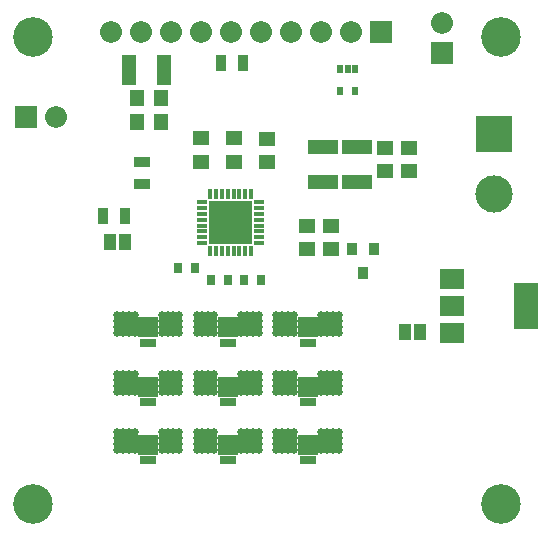
<source format=gts>
%TF.GenerationSoftware,KiCad,Pcbnew,(5.1.4)-1*%
%TF.CreationDate,2019-08-25T21:13:44+02:00*%
%TF.ProjectId,ToF_illumination_icHaus_LED,546f465f-696c-46c7-956d-696e6174696f,1*%
%TF.SameCoordinates,Original*%
%TF.FileFunction,Soldermask,Top*%
%TF.FilePolarity,Negative*%
%FSLAX46Y46*%
G04 Gerber Fmt 4.6, Leading zero omitted, Abs format (unit mm)*
G04 Created by KiCad (PCBNEW (5.1.4)-1) date 2019-08-25 21:13:44*
%MOMM*%
%LPD*%
G04 APERTURE LIST*
%ADD10R,1.877400X1.877400*%
%ADD11R,0.402400X0.852400*%
%ADD12R,0.852400X0.402400*%
%ADD13C,0.652400*%
%ADD14R,1.402400X1.152400*%
%ADD15R,2.652400X1.152400*%
%ADD16R,1.152400X2.652400*%
%ADD17R,0.752400X0.852400*%
%ADD18R,0.852400X1.452400*%
%ADD19C,3.352400*%
%ADD20R,1.152400X1.402400*%
%ADD21R,1.452400X0.852400*%
%ADD22R,0.552400X0.802400*%
%ADD23R,0.952400X1.052400*%
%ADD24R,3.152400X3.152400*%
%ADD25C,3.152400*%
%ADD26R,1.852400X1.852400*%
%ADD27O,1.852400X1.852400*%
%ADD28R,1.122400X1.422400*%
%ADD29R,2.152400X3.952400*%
%ADD30R,2.152400X1.652400*%
%ADD31R,1.752400X1.652400*%
%ADD32R,0.802400X1.652400*%
%ADD33R,1.352400X0.652400*%
G04 APERTURE END LIST*
D10*
X102800000Y-96800000D03*
X102800000Y-95075000D03*
X101075000Y-96800000D03*
X101075000Y-95075000D03*
D11*
X103687500Y-98337500D03*
X103187500Y-98337500D03*
X102687500Y-98337500D03*
X102187500Y-98337500D03*
X101687500Y-98337500D03*
X101187500Y-98337500D03*
X100687500Y-98337500D03*
X100187500Y-98337500D03*
D12*
X99537500Y-97687500D03*
X99537500Y-97187500D03*
X99537500Y-96687500D03*
X99537500Y-96187500D03*
X99537500Y-95687500D03*
X99537500Y-95187500D03*
X99537500Y-94687500D03*
X99537500Y-94187500D03*
D11*
X100187500Y-93537500D03*
X100687500Y-93537500D03*
X101187500Y-93537500D03*
X101687500Y-93537500D03*
X102187500Y-93537500D03*
X102687500Y-93537500D03*
X103187500Y-93537500D03*
X103687500Y-93537500D03*
D12*
X104337500Y-94187500D03*
X104337500Y-94687500D03*
X104337500Y-95187500D03*
X104337500Y-95687500D03*
X104337500Y-96187500D03*
X104337500Y-96687500D03*
X104337500Y-97187500D03*
X104337500Y-97687500D03*
D13*
X101937500Y-96637500D03*
X101937500Y-95237500D03*
X101937500Y-95937500D03*
X101937500Y-94537500D03*
X100537500Y-97337500D03*
X101237500Y-97337500D03*
X103337500Y-97337500D03*
X101937500Y-97337500D03*
X102637500Y-97337500D03*
X103337500Y-96637500D03*
X101237500Y-96637500D03*
X100537500Y-96637500D03*
X102637500Y-96637500D03*
X103337500Y-95237500D03*
X101237500Y-95237500D03*
X100537500Y-95237500D03*
X102637500Y-95237500D03*
X102637500Y-94537500D03*
X103337500Y-94537500D03*
X101237500Y-94537500D03*
X100537500Y-94537500D03*
X103337500Y-95937500D03*
X101237500Y-95937500D03*
X100537500Y-95937500D03*
X102637500Y-95937500D03*
D14*
X99400000Y-88800000D03*
X99400000Y-90800000D03*
X102200000Y-88800000D03*
X102200000Y-90800000D03*
X105000000Y-88850000D03*
X105000000Y-90850000D03*
D15*
X112600000Y-89525000D03*
X112600000Y-92525000D03*
X109800000Y-89525000D03*
X109800000Y-92525000D03*
D16*
X96325000Y-83000000D03*
X93325000Y-83000000D03*
D17*
X97500000Y-99800000D03*
X98900000Y-99800000D03*
X100300000Y-100800000D03*
X101700000Y-100800000D03*
X104500000Y-100800000D03*
X103100000Y-100800000D03*
D18*
X103000000Y-82400000D03*
X101100000Y-82400000D03*
D19*
X124800000Y-119800000D03*
X85200000Y-119800000D03*
X124800000Y-80200000D03*
X85200000Y-80200000D03*
D20*
X96000000Y-85400000D03*
X94000000Y-85400000D03*
X94000000Y-87400000D03*
X96000000Y-87400000D03*
D14*
X108400000Y-96200000D03*
X108400000Y-98200000D03*
X110400000Y-96200000D03*
X110400000Y-98200000D03*
X115000000Y-89600000D03*
X115000000Y-91600000D03*
X117000000Y-91600000D03*
X117000000Y-89600000D03*
D21*
X94400000Y-90800000D03*
X94400000Y-92700000D03*
D18*
X91100000Y-95400000D03*
X93000000Y-95400000D03*
D22*
X112500000Y-84800000D03*
X111200000Y-84800000D03*
X111850000Y-82900000D03*
X111200000Y-82900000D03*
X112500000Y-82900000D03*
D23*
X113150000Y-100200000D03*
X112200000Y-98200000D03*
X114100000Y-98200000D03*
D24*
X124200000Y-88400000D03*
D25*
X124200000Y-93480000D03*
D26*
X114680000Y-79800000D03*
D27*
X112140000Y-79800000D03*
X109600000Y-79800000D03*
X107060000Y-79800000D03*
X104520000Y-79800000D03*
X101980000Y-79800000D03*
X99440000Y-79800000D03*
X96900000Y-79800000D03*
X94360000Y-79800000D03*
X91820000Y-79800000D03*
X119800000Y-79060000D03*
D26*
X119800000Y-81600000D03*
X84600000Y-87000000D03*
D27*
X87140000Y-87000000D03*
D28*
X116720000Y-105200000D03*
X118000000Y-105200000D03*
X93000000Y-97600000D03*
X91720000Y-97600000D03*
D29*
X126950000Y-103000000D03*
D30*
X120650000Y-103000000D03*
X120650000Y-105300000D03*
X120650000Y-100700000D03*
D13*
X111100000Y-103750000D03*
X110600000Y-103750000D03*
X110100000Y-103750000D03*
X109600000Y-103750000D03*
X111100000Y-104250000D03*
X111100000Y-104750000D03*
X111100000Y-105250000D03*
X105800000Y-103750000D03*
X105800000Y-104250000D03*
X105800000Y-104750000D03*
X105800000Y-105250000D03*
X106300000Y-105250000D03*
X107300000Y-103750000D03*
X106800000Y-105250000D03*
D31*
X108450000Y-104800000D03*
D32*
X108900000Y-104800000D03*
D13*
X106300000Y-104750000D03*
X106300000Y-104250000D03*
X106300000Y-103750000D03*
X110600000Y-105250000D03*
X110600000Y-104750000D03*
X110600000Y-104250000D03*
X106800000Y-103750000D03*
X106800000Y-104750000D03*
X106800000Y-104250000D03*
X107300000Y-104250000D03*
X107300000Y-105250000D03*
X107300000Y-104750000D03*
D32*
X108000000Y-104800000D03*
D33*
X108450000Y-106100000D03*
D13*
X110100000Y-104750000D03*
X110100000Y-105250000D03*
X110100000Y-104250000D03*
X109600000Y-104750000D03*
X109600000Y-105250000D03*
X109600000Y-104250000D03*
X109600000Y-109300000D03*
X109600000Y-110300000D03*
X109600000Y-109800000D03*
X110100000Y-109300000D03*
X110100000Y-110300000D03*
X110100000Y-109800000D03*
D33*
X108450000Y-111150000D03*
D32*
X108000000Y-109850000D03*
D13*
X107300000Y-109800000D03*
X107300000Y-110300000D03*
X107300000Y-109300000D03*
X106800000Y-109300000D03*
X106800000Y-109800000D03*
X106800000Y-108800000D03*
X110600000Y-109300000D03*
X110600000Y-109800000D03*
X110600000Y-110300000D03*
X106300000Y-108800000D03*
X106300000Y-109300000D03*
X106300000Y-109800000D03*
D32*
X108900000Y-109850000D03*
D31*
X108450000Y-109850000D03*
D13*
X106800000Y-110300000D03*
X107300000Y-108800000D03*
X106300000Y-110300000D03*
X105800000Y-110300000D03*
X105800000Y-109800000D03*
X105800000Y-109300000D03*
X105800000Y-108800000D03*
X111100000Y-110300000D03*
X111100000Y-109800000D03*
X111100000Y-109300000D03*
X109600000Y-108800000D03*
X110100000Y-108800000D03*
X110600000Y-108800000D03*
X111100000Y-108800000D03*
X109600000Y-114200000D03*
X109600000Y-115200000D03*
X109600000Y-114700000D03*
X110100000Y-114200000D03*
X110100000Y-115200000D03*
X110100000Y-114700000D03*
D33*
X108450000Y-116050000D03*
D32*
X108000000Y-114750000D03*
D13*
X107300000Y-114700000D03*
X107300000Y-115200000D03*
X107300000Y-114200000D03*
X106800000Y-114200000D03*
X106800000Y-114700000D03*
X106800000Y-113700000D03*
X110600000Y-114200000D03*
X110600000Y-114700000D03*
X110600000Y-115200000D03*
X106300000Y-113700000D03*
X106300000Y-114200000D03*
X106300000Y-114700000D03*
D32*
X108900000Y-114750000D03*
D31*
X108450000Y-114750000D03*
D13*
X106800000Y-115200000D03*
X107300000Y-113700000D03*
X106300000Y-115200000D03*
X105800000Y-115200000D03*
X105800000Y-114700000D03*
X105800000Y-114200000D03*
X105800000Y-113700000D03*
X111100000Y-115200000D03*
X111100000Y-114700000D03*
X111100000Y-114200000D03*
X109600000Y-113700000D03*
X110100000Y-113700000D03*
X110600000Y-113700000D03*
X111100000Y-113700000D03*
X104350000Y-103750000D03*
X103850000Y-103750000D03*
X103350000Y-103750000D03*
X102850000Y-103750000D03*
X104350000Y-104250000D03*
X104350000Y-104750000D03*
X104350000Y-105250000D03*
X99050000Y-103750000D03*
X99050000Y-104250000D03*
X99050000Y-104750000D03*
X99050000Y-105250000D03*
X99550000Y-105250000D03*
X100550000Y-103750000D03*
X100050000Y-105250000D03*
D31*
X101700000Y-104800000D03*
D32*
X102150000Y-104800000D03*
D13*
X99550000Y-104750000D03*
X99550000Y-104250000D03*
X99550000Y-103750000D03*
X103850000Y-105250000D03*
X103850000Y-104750000D03*
X103850000Y-104250000D03*
X100050000Y-103750000D03*
X100050000Y-104750000D03*
X100050000Y-104250000D03*
X100550000Y-104250000D03*
X100550000Y-105250000D03*
X100550000Y-104750000D03*
D32*
X101250000Y-104800000D03*
D33*
X101700000Y-106100000D03*
D13*
X103350000Y-104750000D03*
X103350000Y-105250000D03*
X103350000Y-104250000D03*
X102850000Y-104750000D03*
X102850000Y-105250000D03*
X102850000Y-104250000D03*
X102850000Y-109300000D03*
X102850000Y-110300000D03*
X102850000Y-109800000D03*
X103350000Y-109300000D03*
X103350000Y-110300000D03*
X103350000Y-109800000D03*
D33*
X101700000Y-111150000D03*
D32*
X101250000Y-109850000D03*
D13*
X100550000Y-109800000D03*
X100550000Y-110300000D03*
X100550000Y-109300000D03*
X100050000Y-109300000D03*
X100050000Y-109800000D03*
X100050000Y-108800000D03*
X103850000Y-109300000D03*
X103850000Y-109800000D03*
X103850000Y-110300000D03*
X99550000Y-108800000D03*
X99550000Y-109300000D03*
X99550000Y-109800000D03*
D32*
X102150000Y-109850000D03*
D31*
X101700000Y-109850000D03*
D13*
X100050000Y-110300000D03*
X100550000Y-108800000D03*
X99550000Y-110300000D03*
X99050000Y-110300000D03*
X99050000Y-109800000D03*
X99050000Y-109300000D03*
X99050000Y-108800000D03*
X104350000Y-110300000D03*
X104350000Y-109800000D03*
X104350000Y-109300000D03*
X102850000Y-108800000D03*
X103350000Y-108800000D03*
X103850000Y-108800000D03*
X104350000Y-108800000D03*
X102850000Y-114200000D03*
X102850000Y-115200000D03*
X102850000Y-114700000D03*
X103350000Y-114200000D03*
X103350000Y-115200000D03*
X103350000Y-114700000D03*
D33*
X101700000Y-116050000D03*
D32*
X101250000Y-114750000D03*
D13*
X100550000Y-114700000D03*
X100550000Y-115200000D03*
X100550000Y-114200000D03*
X100050000Y-114200000D03*
X100050000Y-114700000D03*
X100050000Y-113700000D03*
X103850000Y-114200000D03*
X103850000Y-114700000D03*
X103850000Y-115200000D03*
X99550000Y-113700000D03*
X99550000Y-114200000D03*
X99550000Y-114700000D03*
D32*
X102150000Y-114750000D03*
D31*
X101700000Y-114750000D03*
D13*
X100050000Y-115200000D03*
X100550000Y-113700000D03*
X99550000Y-115200000D03*
X99050000Y-115200000D03*
X99050000Y-114700000D03*
X99050000Y-114200000D03*
X99050000Y-113700000D03*
X104350000Y-115200000D03*
X104350000Y-114700000D03*
X104350000Y-114200000D03*
X102850000Y-113700000D03*
X103350000Y-113700000D03*
X103850000Y-113700000D03*
X104350000Y-113700000D03*
X96100000Y-104250000D03*
X96100000Y-105250000D03*
X96100000Y-104750000D03*
X96600000Y-104250000D03*
X96600000Y-105250000D03*
X96600000Y-104750000D03*
D33*
X94950000Y-106100000D03*
D32*
X94500000Y-104800000D03*
D13*
X93800000Y-104750000D03*
X93800000Y-105250000D03*
X93800000Y-104250000D03*
X93300000Y-104250000D03*
X93300000Y-104750000D03*
X93300000Y-103750000D03*
X97100000Y-104250000D03*
X97100000Y-104750000D03*
X97100000Y-105250000D03*
X92800000Y-103750000D03*
X92800000Y-104250000D03*
X92800000Y-104750000D03*
D32*
X95400000Y-104800000D03*
D31*
X94950000Y-104800000D03*
D13*
X93300000Y-105250000D03*
X93800000Y-103750000D03*
X92800000Y-105250000D03*
X92300000Y-105250000D03*
X92300000Y-104750000D03*
X92300000Y-104250000D03*
X92300000Y-103750000D03*
X97600000Y-105250000D03*
X97600000Y-104750000D03*
X97600000Y-104250000D03*
X96100000Y-103750000D03*
X96600000Y-103750000D03*
X97100000Y-103750000D03*
X97600000Y-103750000D03*
X97600000Y-108800000D03*
X97100000Y-108800000D03*
X96600000Y-108800000D03*
X96100000Y-108800000D03*
X97600000Y-109300000D03*
X97600000Y-109800000D03*
X97600000Y-110300000D03*
X92300000Y-108800000D03*
X92300000Y-109300000D03*
X92300000Y-109800000D03*
X92300000Y-110300000D03*
X92800000Y-110300000D03*
X93800000Y-108800000D03*
X93300000Y-110300000D03*
D31*
X94950000Y-109850000D03*
D32*
X95400000Y-109850000D03*
D13*
X92800000Y-109800000D03*
X92800000Y-109300000D03*
X92800000Y-108800000D03*
X97100000Y-110300000D03*
X97100000Y-109800000D03*
X97100000Y-109300000D03*
X93300000Y-108800000D03*
X93300000Y-109800000D03*
X93300000Y-109300000D03*
X93800000Y-109300000D03*
X93800000Y-110300000D03*
X93800000Y-109800000D03*
D32*
X94500000Y-109850000D03*
D33*
X94950000Y-111150000D03*
D13*
X96600000Y-109800000D03*
X96600000Y-110300000D03*
X96600000Y-109300000D03*
X96100000Y-109800000D03*
X96100000Y-110300000D03*
X96100000Y-109300000D03*
X97600000Y-113700000D03*
X97100000Y-113700000D03*
X96600000Y-113700000D03*
X96100000Y-113700000D03*
X97600000Y-114200000D03*
X97600000Y-114700000D03*
X97600000Y-115200000D03*
X92300000Y-113700000D03*
X92300000Y-114200000D03*
X92300000Y-114700000D03*
X92300000Y-115200000D03*
X92800000Y-115200000D03*
X93800000Y-113700000D03*
X93300000Y-115200000D03*
D31*
X94950000Y-114750000D03*
D32*
X95400000Y-114750000D03*
D13*
X92800000Y-114700000D03*
X92800000Y-114200000D03*
X92800000Y-113700000D03*
X97100000Y-115200000D03*
X97100000Y-114700000D03*
X97100000Y-114200000D03*
X93300000Y-113700000D03*
X93300000Y-114700000D03*
X93300000Y-114200000D03*
X93800000Y-114200000D03*
X93800000Y-115200000D03*
X93800000Y-114700000D03*
D32*
X94500000Y-114750000D03*
D33*
X94950000Y-116050000D03*
D13*
X96600000Y-114700000D03*
X96600000Y-115200000D03*
X96600000Y-114200000D03*
X96100000Y-114700000D03*
X96100000Y-115200000D03*
X96100000Y-114200000D03*
M02*

</source>
